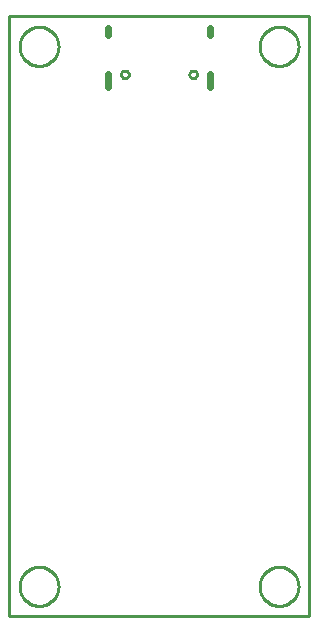
<source format=gko>
G04 EAGLE Gerber RS-274X export*
G75*
%MOMM*%
%FSLAX34Y34*%
%LPD*%
%IN*%
%IPPOS*%
%AMOC8*
5,1,8,0,0,1.08239X$1,22.5*%
G01*
%ADD10C,0.254000*%
%ADD11C,0.000000*%
%ADD12C,0.600000*%
%ADD13C,0.254000*%


D10*
X0Y0D02*
X254000Y0D01*
X254000Y508000D01*
X0Y508000D02*
X0Y0D01*
X0Y508000D02*
X254000Y508000D01*
D11*
X152650Y458950D02*
X152652Y459063D01*
X152658Y459177D01*
X152668Y459290D01*
X152682Y459402D01*
X152699Y459514D01*
X152721Y459626D01*
X152747Y459736D01*
X152776Y459846D01*
X152809Y459954D01*
X152846Y460062D01*
X152887Y460167D01*
X152931Y460272D01*
X152979Y460375D01*
X153030Y460476D01*
X153085Y460575D01*
X153144Y460672D01*
X153206Y460767D01*
X153271Y460860D01*
X153339Y460951D01*
X153410Y461039D01*
X153485Y461125D01*
X153562Y461208D01*
X153642Y461288D01*
X153725Y461365D01*
X153811Y461440D01*
X153899Y461511D01*
X153990Y461579D01*
X154083Y461644D01*
X154178Y461706D01*
X154275Y461765D01*
X154374Y461820D01*
X154475Y461871D01*
X154578Y461919D01*
X154683Y461963D01*
X154788Y462004D01*
X154896Y462041D01*
X155004Y462074D01*
X155114Y462103D01*
X155224Y462129D01*
X155336Y462151D01*
X155448Y462168D01*
X155560Y462182D01*
X155673Y462192D01*
X155787Y462198D01*
X155900Y462200D01*
X156013Y462198D01*
X156127Y462192D01*
X156240Y462182D01*
X156352Y462168D01*
X156464Y462151D01*
X156576Y462129D01*
X156686Y462103D01*
X156796Y462074D01*
X156904Y462041D01*
X157012Y462004D01*
X157117Y461963D01*
X157222Y461919D01*
X157325Y461871D01*
X157426Y461820D01*
X157525Y461765D01*
X157622Y461706D01*
X157717Y461644D01*
X157810Y461579D01*
X157901Y461511D01*
X157989Y461440D01*
X158075Y461365D01*
X158158Y461288D01*
X158238Y461208D01*
X158315Y461125D01*
X158390Y461039D01*
X158461Y460951D01*
X158529Y460860D01*
X158594Y460767D01*
X158656Y460672D01*
X158715Y460575D01*
X158770Y460476D01*
X158821Y460375D01*
X158869Y460272D01*
X158913Y460167D01*
X158954Y460062D01*
X158991Y459954D01*
X159024Y459846D01*
X159053Y459736D01*
X159079Y459626D01*
X159101Y459514D01*
X159118Y459402D01*
X159132Y459290D01*
X159142Y459177D01*
X159148Y459063D01*
X159150Y458950D01*
X159148Y458837D01*
X159142Y458723D01*
X159132Y458610D01*
X159118Y458498D01*
X159101Y458386D01*
X159079Y458274D01*
X159053Y458164D01*
X159024Y458054D01*
X158991Y457946D01*
X158954Y457838D01*
X158913Y457733D01*
X158869Y457628D01*
X158821Y457525D01*
X158770Y457424D01*
X158715Y457325D01*
X158656Y457228D01*
X158594Y457133D01*
X158529Y457040D01*
X158461Y456949D01*
X158390Y456861D01*
X158315Y456775D01*
X158238Y456692D01*
X158158Y456612D01*
X158075Y456535D01*
X157989Y456460D01*
X157901Y456389D01*
X157810Y456321D01*
X157717Y456256D01*
X157622Y456194D01*
X157525Y456135D01*
X157426Y456080D01*
X157325Y456029D01*
X157222Y455981D01*
X157117Y455937D01*
X157012Y455896D01*
X156904Y455859D01*
X156796Y455826D01*
X156686Y455797D01*
X156576Y455771D01*
X156464Y455749D01*
X156352Y455732D01*
X156240Y455718D01*
X156127Y455708D01*
X156013Y455702D01*
X155900Y455700D01*
X155787Y455702D01*
X155673Y455708D01*
X155560Y455718D01*
X155448Y455732D01*
X155336Y455749D01*
X155224Y455771D01*
X155114Y455797D01*
X155004Y455826D01*
X154896Y455859D01*
X154788Y455896D01*
X154683Y455937D01*
X154578Y455981D01*
X154475Y456029D01*
X154374Y456080D01*
X154275Y456135D01*
X154178Y456194D01*
X154083Y456256D01*
X153990Y456321D01*
X153899Y456389D01*
X153811Y456460D01*
X153725Y456535D01*
X153642Y456612D01*
X153562Y456692D01*
X153485Y456775D01*
X153410Y456861D01*
X153339Y456949D01*
X153271Y457040D01*
X153206Y457133D01*
X153144Y457228D01*
X153085Y457325D01*
X153030Y457424D01*
X152979Y457525D01*
X152931Y457628D01*
X152887Y457733D01*
X152846Y457838D01*
X152809Y457946D01*
X152776Y458054D01*
X152747Y458164D01*
X152721Y458274D01*
X152699Y458386D01*
X152682Y458498D01*
X152668Y458610D01*
X152658Y458723D01*
X152652Y458837D01*
X152650Y458950D01*
X94850Y458950D02*
X94852Y459063D01*
X94858Y459177D01*
X94868Y459290D01*
X94882Y459402D01*
X94899Y459514D01*
X94921Y459626D01*
X94947Y459736D01*
X94976Y459846D01*
X95009Y459954D01*
X95046Y460062D01*
X95087Y460167D01*
X95131Y460272D01*
X95179Y460375D01*
X95230Y460476D01*
X95285Y460575D01*
X95344Y460672D01*
X95406Y460767D01*
X95471Y460860D01*
X95539Y460951D01*
X95610Y461039D01*
X95685Y461125D01*
X95762Y461208D01*
X95842Y461288D01*
X95925Y461365D01*
X96011Y461440D01*
X96099Y461511D01*
X96190Y461579D01*
X96283Y461644D01*
X96378Y461706D01*
X96475Y461765D01*
X96574Y461820D01*
X96675Y461871D01*
X96778Y461919D01*
X96883Y461963D01*
X96988Y462004D01*
X97096Y462041D01*
X97204Y462074D01*
X97314Y462103D01*
X97424Y462129D01*
X97536Y462151D01*
X97648Y462168D01*
X97760Y462182D01*
X97873Y462192D01*
X97987Y462198D01*
X98100Y462200D01*
X98213Y462198D01*
X98327Y462192D01*
X98440Y462182D01*
X98552Y462168D01*
X98664Y462151D01*
X98776Y462129D01*
X98886Y462103D01*
X98996Y462074D01*
X99104Y462041D01*
X99212Y462004D01*
X99317Y461963D01*
X99422Y461919D01*
X99525Y461871D01*
X99626Y461820D01*
X99725Y461765D01*
X99822Y461706D01*
X99917Y461644D01*
X100010Y461579D01*
X100101Y461511D01*
X100189Y461440D01*
X100275Y461365D01*
X100358Y461288D01*
X100438Y461208D01*
X100515Y461125D01*
X100590Y461039D01*
X100661Y460951D01*
X100729Y460860D01*
X100794Y460767D01*
X100856Y460672D01*
X100915Y460575D01*
X100970Y460476D01*
X101021Y460375D01*
X101069Y460272D01*
X101113Y460167D01*
X101154Y460062D01*
X101191Y459954D01*
X101224Y459846D01*
X101253Y459736D01*
X101279Y459626D01*
X101301Y459514D01*
X101318Y459402D01*
X101332Y459290D01*
X101342Y459177D01*
X101348Y459063D01*
X101350Y458950D01*
X101348Y458837D01*
X101342Y458723D01*
X101332Y458610D01*
X101318Y458498D01*
X101301Y458386D01*
X101279Y458274D01*
X101253Y458164D01*
X101224Y458054D01*
X101191Y457946D01*
X101154Y457838D01*
X101113Y457733D01*
X101069Y457628D01*
X101021Y457525D01*
X100970Y457424D01*
X100915Y457325D01*
X100856Y457228D01*
X100794Y457133D01*
X100729Y457040D01*
X100661Y456949D01*
X100590Y456861D01*
X100515Y456775D01*
X100438Y456692D01*
X100358Y456612D01*
X100275Y456535D01*
X100189Y456460D01*
X100101Y456389D01*
X100010Y456321D01*
X99917Y456256D01*
X99822Y456194D01*
X99725Y456135D01*
X99626Y456080D01*
X99525Y456029D01*
X99422Y455981D01*
X99317Y455937D01*
X99212Y455896D01*
X99104Y455859D01*
X98996Y455826D01*
X98886Y455797D01*
X98776Y455771D01*
X98664Y455749D01*
X98552Y455732D01*
X98440Y455718D01*
X98327Y455708D01*
X98213Y455702D01*
X98100Y455700D01*
X97987Y455702D01*
X97873Y455708D01*
X97760Y455718D01*
X97648Y455732D01*
X97536Y455749D01*
X97424Y455771D01*
X97314Y455797D01*
X97204Y455826D01*
X97096Y455859D01*
X96988Y455896D01*
X96883Y455937D01*
X96778Y455981D01*
X96675Y456029D01*
X96574Y456080D01*
X96475Y456135D01*
X96378Y456194D01*
X96283Y456256D01*
X96190Y456321D01*
X96099Y456389D01*
X96011Y456460D01*
X95925Y456535D01*
X95842Y456612D01*
X95762Y456692D01*
X95685Y456775D01*
X95610Y456861D01*
X95539Y456949D01*
X95471Y457040D01*
X95406Y457133D01*
X95344Y457228D01*
X95285Y457325D01*
X95230Y457424D01*
X95179Y457525D01*
X95131Y457628D01*
X95087Y457733D01*
X95046Y457838D01*
X95009Y457946D01*
X94976Y458054D01*
X94947Y458164D01*
X94921Y458274D01*
X94899Y458386D01*
X94882Y458498D01*
X94868Y458610D01*
X94858Y458723D01*
X94852Y458837D01*
X94850Y458950D01*
D12*
X170180Y459150D02*
X170180Y448150D01*
X83820Y448150D02*
X83820Y459150D01*
X170180Y492300D02*
X170180Y498500D01*
X83820Y498500D02*
X83820Y492300D01*
D11*
X8890Y25400D02*
X8895Y25805D01*
X8910Y26210D01*
X8935Y26615D01*
X8970Y27018D01*
X9014Y27421D01*
X9069Y27823D01*
X9133Y28223D01*
X9207Y28621D01*
X9291Y29017D01*
X9385Y29412D01*
X9488Y29803D01*
X9601Y30193D01*
X9723Y30579D01*
X9855Y30962D01*
X9996Y31342D01*
X10147Y31718D01*
X10306Y32091D01*
X10475Y32459D01*
X10653Y32823D01*
X10839Y33183D01*
X11035Y33538D01*
X11239Y33888D01*
X11451Y34233D01*
X11672Y34572D01*
X11902Y34907D01*
X12139Y35235D01*
X12384Y35557D01*
X12638Y35874D01*
X12898Y36184D01*
X13167Y36487D01*
X13443Y36784D01*
X13726Y37074D01*
X14016Y37357D01*
X14313Y37633D01*
X14616Y37902D01*
X14926Y38162D01*
X15243Y38416D01*
X15565Y38661D01*
X15893Y38898D01*
X16228Y39128D01*
X16567Y39349D01*
X16912Y39561D01*
X17262Y39765D01*
X17617Y39961D01*
X17977Y40147D01*
X18341Y40325D01*
X18709Y40494D01*
X19082Y40653D01*
X19458Y40804D01*
X19838Y40945D01*
X20221Y41077D01*
X20607Y41199D01*
X20997Y41312D01*
X21388Y41415D01*
X21783Y41509D01*
X22179Y41593D01*
X22577Y41667D01*
X22977Y41731D01*
X23379Y41786D01*
X23782Y41830D01*
X24185Y41865D01*
X24590Y41890D01*
X24995Y41905D01*
X25400Y41910D01*
X25805Y41905D01*
X26210Y41890D01*
X26615Y41865D01*
X27018Y41830D01*
X27421Y41786D01*
X27823Y41731D01*
X28223Y41667D01*
X28621Y41593D01*
X29017Y41509D01*
X29412Y41415D01*
X29803Y41312D01*
X30193Y41199D01*
X30579Y41077D01*
X30962Y40945D01*
X31342Y40804D01*
X31718Y40653D01*
X32091Y40494D01*
X32459Y40325D01*
X32823Y40147D01*
X33183Y39961D01*
X33538Y39765D01*
X33888Y39561D01*
X34233Y39349D01*
X34572Y39128D01*
X34907Y38898D01*
X35235Y38661D01*
X35557Y38416D01*
X35874Y38162D01*
X36184Y37902D01*
X36487Y37633D01*
X36784Y37357D01*
X37074Y37074D01*
X37357Y36784D01*
X37633Y36487D01*
X37902Y36184D01*
X38162Y35874D01*
X38416Y35557D01*
X38661Y35235D01*
X38898Y34907D01*
X39128Y34572D01*
X39349Y34233D01*
X39561Y33888D01*
X39765Y33538D01*
X39961Y33183D01*
X40147Y32823D01*
X40325Y32459D01*
X40494Y32091D01*
X40653Y31718D01*
X40804Y31342D01*
X40945Y30962D01*
X41077Y30579D01*
X41199Y30193D01*
X41312Y29803D01*
X41415Y29412D01*
X41509Y29017D01*
X41593Y28621D01*
X41667Y28223D01*
X41731Y27823D01*
X41786Y27421D01*
X41830Y27018D01*
X41865Y26615D01*
X41890Y26210D01*
X41905Y25805D01*
X41910Y25400D01*
X41905Y24995D01*
X41890Y24590D01*
X41865Y24185D01*
X41830Y23782D01*
X41786Y23379D01*
X41731Y22977D01*
X41667Y22577D01*
X41593Y22179D01*
X41509Y21783D01*
X41415Y21388D01*
X41312Y20997D01*
X41199Y20607D01*
X41077Y20221D01*
X40945Y19838D01*
X40804Y19458D01*
X40653Y19082D01*
X40494Y18709D01*
X40325Y18341D01*
X40147Y17977D01*
X39961Y17617D01*
X39765Y17262D01*
X39561Y16912D01*
X39349Y16567D01*
X39128Y16228D01*
X38898Y15893D01*
X38661Y15565D01*
X38416Y15243D01*
X38162Y14926D01*
X37902Y14616D01*
X37633Y14313D01*
X37357Y14016D01*
X37074Y13726D01*
X36784Y13443D01*
X36487Y13167D01*
X36184Y12898D01*
X35874Y12638D01*
X35557Y12384D01*
X35235Y12139D01*
X34907Y11902D01*
X34572Y11672D01*
X34233Y11451D01*
X33888Y11239D01*
X33538Y11035D01*
X33183Y10839D01*
X32823Y10653D01*
X32459Y10475D01*
X32091Y10306D01*
X31718Y10147D01*
X31342Y9996D01*
X30962Y9855D01*
X30579Y9723D01*
X30193Y9601D01*
X29803Y9488D01*
X29412Y9385D01*
X29017Y9291D01*
X28621Y9207D01*
X28223Y9133D01*
X27823Y9069D01*
X27421Y9014D01*
X27018Y8970D01*
X26615Y8935D01*
X26210Y8910D01*
X25805Y8895D01*
X25400Y8890D01*
X24995Y8895D01*
X24590Y8910D01*
X24185Y8935D01*
X23782Y8970D01*
X23379Y9014D01*
X22977Y9069D01*
X22577Y9133D01*
X22179Y9207D01*
X21783Y9291D01*
X21388Y9385D01*
X20997Y9488D01*
X20607Y9601D01*
X20221Y9723D01*
X19838Y9855D01*
X19458Y9996D01*
X19082Y10147D01*
X18709Y10306D01*
X18341Y10475D01*
X17977Y10653D01*
X17617Y10839D01*
X17262Y11035D01*
X16912Y11239D01*
X16567Y11451D01*
X16228Y11672D01*
X15893Y11902D01*
X15565Y12139D01*
X15243Y12384D01*
X14926Y12638D01*
X14616Y12898D01*
X14313Y13167D01*
X14016Y13443D01*
X13726Y13726D01*
X13443Y14016D01*
X13167Y14313D01*
X12898Y14616D01*
X12638Y14926D01*
X12384Y15243D01*
X12139Y15565D01*
X11902Y15893D01*
X11672Y16228D01*
X11451Y16567D01*
X11239Y16912D01*
X11035Y17262D01*
X10839Y17617D01*
X10653Y17977D01*
X10475Y18341D01*
X10306Y18709D01*
X10147Y19082D01*
X9996Y19458D01*
X9855Y19838D01*
X9723Y20221D01*
X9601Y20607D01*
X9488Y20997D01*
X9385Y21388D01*
X9291Y21783D01*
X9207Y22179D01*
X9133Y22577D01*
X9069Y22977D01*
X9014Y23379D01*
X8970Y23782D01*
X8935Y24185D01*
X8910Y24590D01*
X8895Y24995D01*
X8890Y25400D01*
X212090Y25400D02*
X212095Y25805D01*
X212110Y26210D01*
X212135Y26615D01*
X212170Y27018D01*
X212214Y27421D01*
X212269Y27823D01*
X212333Y28223D01*
X212407Y28621D01*
X212491Y29017D01*
X212585Y29412D01*
X212688Y29803D01*
X212801Y30193D01*
X212923Y30579D01*
X213055Y30962D01*
X213196Y31342D01*
X213347Y31718D01*
X213506Y32091D01*
X213675Y32459D01*
X213853Y32823D01*
X214039Y33183D01*
X214235Y33538D01*
X214439Y33888D01*
X214651Y34233D01*
X214872Y34572D01*
X215102Y34907D01*
X215339Y35235D01*
X215584Y35557D01*
X215838Y35874D01*
X216098Y36184D01*
X216367Y36487D01*
X216643Y36784D01*
X216926Y37074D01*
X217216Y37357D01*
X217513Y37633D01*
X217816Y37902D01*
X218126Y38162D01*
X218443Y38416D01*
X218765Y38661D01*
X219093Y38898D01*
X219428Y39128D01*
X219767Y39349D01*
X220112Y39561D01*
X220462Y39765D01*
X220817Y39961D01*
X221177Y40147D01*
X221541Y40325D01*
X221909Y40494D01*
X222282Y40653D01*
X222658Y40804D01*
X223038Y40945D01*
X223421Y41077D01*
X223807Y41199D01*
X224197Y41312D01*
X224588Y41415D01*
X224983Y41509D01*
X225379Y41593D01*
X225777Y41667D01*
X226177Y41731D01*
X226579Y41786D01*
X226982Y41830D01*
X227385Y41865D01*
X227790Y41890D01*
X228195Y41905D01*
X228600Y41910D01*
X229005Y41905D01*
X229410Y41890D01*
X229815Y41865D01*
X230218Y41830D01*
X230621Y41786D01*
X231023Y41731D01*
X231423Y41667D01*
X231821Y41593D01*
X232217Y41509D01*
X232612Y41415D01*
X233003Y41312D01*
X233393Y41199D01*
X233779Y41077D01*
X234162Y40945D01*
X234542Y40804D01*
X234918Y40653D01*
X235291Y40494D01*
X235659Y40325D01*
X236023Y40147D01*
X236383Y39961D01*
X236738Y39765D01*
X237088Y39561D01*
X237433Y39349D01*
X237772Y39128D01*
X238107Y38898D01*
X238435Y38661D01*
X238757Y38416D01*
X239074Y38162D01*
X239384Y37902D01*
X239687Y37633D01*
X239984Y37357D01*
X240274Y37074D01*
X240557Y36784D01*
X240833Y36487D01*
X241102Y36184D01*
X241362Y35874D01*
X241616Y35557D01*
X241861Y35235D01*
X242098Y34907D01*
X242328Y34572D01*
X242549Y34233D01*
X242761Y33888D01*
X242965Y33538D01*
X243161Y33183D01*
X243347Y32823D01*
X243525Y32459D01*
X243694Y32091D01*
X243853Y31718D01*
X244004Y31342D01*
X244145Y30962D01*
X244277Y30579D01*
X244399Y30193D01*
X244512Y29803D01*
X244615Y29412D01*
X244709Y29017D01*
X244793Y28621D01*
X244867Y28223D01*
X244931Y27823D01*
X244986Y27421D01*
X245030Y27018D01*
X245065Y26615D01*
X245090Y26210D01*
X245105Y25805D01*
X245110Y25400D01*
X245105Y24995D01*
X245090Y24590D01*
X245065Y24185D01*
X245030Y23782D01*
X244986Y23379D01*
X244931Y22977D01*
X244867Y22577D01*
X244793Y22179D01*
X244709Y21783D01*
X244615Y21388D01*
X244512Y20997D01*
X244399Y20607D01*
X244277Y20221D01*
X244145Y19838D01*
X244004Y19458D01*
X243853Y19082D01*
X243694Y18709D01*
X243525Y18341D01*
X243347Y17977D01*
X243161Y17617D01*
X242965Y17262D01*
X242761Y16912D01*
X242549Y16567D01*
X242328Y16228D01*
X242098Y15893D01*
X241861Y15565D01*
X241616Y15243D01*
X241362Y14926D01*
X241102Y14616D01*
X240833Y14313D01*
X240557Y14016D01*
X240274Y13726D01*
X239984Y13443D01*
X239687Y13167D01*
X239384Y12898D01*
X239074Y12638D01*
X238757Y12384D01*
X238435Y12139D01*
X238107Y11902D01*
X237772Y11672D01*
X237433Y11451D01*
X237088Y11239D01*
X236738Y11035D01*
X236383Y10839D01*
X236023Y10653D01*
X235659Y10475D01*
X235291Y10306D01*
X234918Y10147D01*
X234542Y9996D01*
X234162Y9855D01*
X233779Y9723D01*
X233393Y9601D01*
X233003Y9488D01*
X232612Y9385D01*
X232217Y9291D01*
X231821Y9207D01*
X231423Y9133D01*
X231023Y9069D01*
X230621Y9014D01*
X230218Y8970D01*
X229815Y8935D01*
X229410Y8910D01*
X229005Y8895D01*
X228600Y8890D01*
X228195Y8895D01*
X227790Y8910D01*
X227385Y8935D01*
X226982Y8970D01*
X226579Y9014D01*
X226177Y9069D01*
X225777Y9133D01*
X225379Y9207D01*
X224983Y9291D01*
X224588Y9385D01*
X224197Y9488D01*
X223807Y9601D01*
X223421Y9723D01*
X223038Y9855D01*
X222658Y9996D01*
X222282Y10147D01*
X221909Y10306D01*
X221541Y10475D01*
X221177Y10653D01*
X220817Y10839D01*
X220462Y11035D01*
X220112Y11239D01*
X219767Y11451D01*
X219428Y11672D01*
X219093Y11902D01*
X218765Y12139D01*
X218443Y12384D01*
X218126Y12638D01*
X217816Y12898D01*
X217513Y13167D01*
X217216Y13443D01*
X216926Y13726D01*
X216643Y14016D01*
X216367Y14313D01*
X216098Y14616D01*
X215838Y14926D01*
X215584Y15243D01*
X215339Y15565D01*
X215102Y15893D01*
X214872Y16228D01*
X214651Y16567D01*
X214439Y16912D01*
X214235Y17262D01*
X214039Y17617D01*
X213853Y17977D01*
X213675Y18341D01*
X213506Y18709D01*
X213347Y19082D01*
X213196Y19458D01*
X213055Y19838D01*
X212923Y20221D01*
X212801Y20607D01*
X212688Y20997D01*
X212585Y21388D01*
X212491Y21783D01*
X212407Y22179D01*
X212333Y22577D01*
X212269Y22977D01*
X212214Y23379D01*
X212170Y23782D01*
X212135Y24185D01*
X212110Y24590D01*
X212095Y24995D01*
X212090Y25400D01*
X8890Y482600D02*
X8895Y483005D01*
X8910Y483410D01*
X8935Y483815D01*
X8970Y484218D01*
X9014Y484621D01*
X9069Y485023D01*
X9133Y485423D01*
X9207Y485821D01*
X9291Y486217D01*
X9385Y486612D01*
X9488Y487003D01*
X9601Y487393D01*
X9723Y487779D01*
X9855Y488162D01*
X9996Y488542D01*
X10147Y488918D01*
X10306Y489291D01*
X10475Y489659D01*
X10653Y490023D01*
X10839Y490383D01*
X11035Y490738D01*
X11239Y491088D01*
X11451Y491433D01*
X11672Y491772D01*
X11902Y492107D01*
X12139Y492435D01*
X12384Y492757D01*
X12638Y493074D01*
X12898Y493384D01*
X13167Y493687D01*
X13443Y493984D01*
X13726Y494274D01*
X14016Y494557D01*
X14313Y494833D01*
X14616Y495102D01*
X14926Y495362D01*
X15243Y495616D01*
X15565Y495861D01*
X15893Y496098D01*
X16228Y496328D01*
X16567Y496549D01*
X16912Y496761D01*
X17262Y496965D01*
X17617Y497161D01*
X17977Y497347D01*
X18341Y497525D01*
X18709Y497694D01*
X19082Y497853D01*
X19458Y498004D01*
X19838Y498145D01*
X20221Y498277D01*
X20607Y498399D01*
X20997Y498512D01*
X21388Y498615D01*
X21783Y498709D01*
X22179Y498793D01*
X22577Y498867D01*
X22977Y498931D01*
X23379Y498986D01*
X23782Y499030D01*
X24185Y499065D01*
X24590Y499090D01*
X24995Y499105D01*
X25400Y499110D01*
X25805Y499105D01*
X26210Y499090D01*
X26615Y499065D01*
X27018Y499030D01*
X27421Y498986D01*
X27823Y498931D01*
X28223Y498867D01*
X28621Y498793D01*
X29017Y498709D01*
X29412Y498615D01*
X29803Y498512D01*
X30193Y498399D01*
X30579Y498277D01*
X30962Y498145D01*
X31342Y498004D01*
X31718Y497853D01*
X32091Y497694D01*
X32459Y497525D01*
X32823Y497347D01*
X33183Y497161D01*
X33538Y496965D01*
X33888Y496761D01*
X34233Y496549D01*
X34572Y496328D01*
X34907Y496098D01*
X35235Y495861D01*
X35557Y495616D01*
X35874Y495362D01*
X36184Y495102D01*
X36487Y494833D01*
X36784Y494557D01*
X37074Y494274D01*
X37357Y493984D01*
X37633Y493687D01*
X37902Y493384D01*
X38162Y493074D01*
X38416Y492757D01*
X38661Y492435D01*
X38898Y492107D01*
X39128Y491772D01*
X39349Y491433D01*
X39561Y491088D01*
X39765Y490738D01*
X39961Y490383D01*
X40147Y490023D01*
X40325Y489659D01*
X40494Y489291D01*
X40653Y488918D01*
X40804Y488542D01*
X40945Y488162D01*
X41077Y487779D01*
X41199Y487393D01*
X41312Y487003D01*
X41415Y486612D01*
X41509Y486217D01*
X41593Y485821D01*
X41667Y485423D01*
X41731Y485023D01*
X41786Y484621D01*
X41830Y484218D01*
X41865Y483815D01*
X41890Y483410D01*
X41905Y483005D01*
X41910Y482600D01*
X41905Y482195D01*
X41890Y481790D01*
X41865Y481385D01*
X41830Y480982D01*
X41786Y480579D01*
X41731Y480177D01*
X41667Y479777D01*
X41593Y479379D01*
X41509Y478983D01*
X41415Y478588D01*
X41312Y478197D01*
X41199Y477807D01*
X41077Y477421D01*
X40945Y477038D01*
X40804Y476658D01*
X40653Y476282D01*
X40494Y475909D01*
X40325Y475541D01*
X40147Y475177D01*
X39961Y474817D01*
X39765Y474462D01*
X39561Y474112D01*
X39349Y473767D01*
X39128Y473428D01*
X38898Y473093D01*
X38661Y472765D01*
X38416Y472443D01*
X38162Y472126D01*
X37902Y471816D01*
X37633Y471513D01*
X37357Y471216D01*
X37074Y470926D01*
X36784Y470643D01*
X36487Y470367D01*
X36184Y470098D01*
X35874Y469838D01*
X35557Y469584D01*
X35235Y469339D01*
X34907Y469102D01*
X34572Y468872D01*
X34233Y468651D01*
X33888Y468439D01*
X33538Y468235D01*
X33183Y468039D01*
X32823Y467853D01*
X32459Y467675D01*
X32091Y467506D01*
X31718Y467347D01*
X31342Y467196D01*
X30962Y467055D01*
X30579Y466923D01*
X30193Y466801D01*
X29803Y466688D01*
X29412Y466585D01*
X29017Y466491D01*
X28621Y466407D01*
X28223Y466333D01*
X27823Y466269D01*
X27421Y466214D01*
X27018Y466170D01*
X26615Y466135D01*
X26210Y466110D01*
X25805Y466095D01*
X25400Y466090D01*
X24995Y466095D01*
X24590Y466110D01*
X24185Y466135D01*
X23782Y466170D01*
X23379Y466214D01*
X22977Y466269D01*
X22577Y466333D01*
X22179Y466407D01*
X21783Y466491D01*
X21388Y466585D01*
X20997Y466688D01*
X20607Y466801D01*
X20221Y466923D01*
X19838Y467055D01*
X19458Y467196D01*
X19082Y467347D01*
X18709Y467506D01*
X18341Y467675D01*
X17977Y467853D01*
X17617Y468039D01*
X17262Y468235D01*
X16912Y468439D01*
X16567Y468651D01*
X16228Y468872D01*
X15893Y469102D01*
X15565Y469339D01*
X15243Y469584D01*
X14926Y469838D01*
X14616Y470098D01*
X14313Y470367D01*
X14016Y470643D01*
X13726Y470926D01*
X13443Y471216D01*
X13167Y471513D01*
X12898Y471816D01*
X12638Y472126D01*
X12384Y472443D01*
X12139Y472765D01*
X11902Y473093D01*
X11672Y473428D01*
X11451Y473767D01*
X11239Y474112D01*
X11035Y474462D01*
X10839Y474817D01*
X10653Y475177D01*
X10475Y475541D01*
X10306Y475909D01*
X10147Y476282D01*
X9996Y476658D01*
X9855Y477038D01*
X9723Y477421D01*
X9601Y477807D01*
X9488Y478197D01*
X9385Y478588D01*
X9291Y478983D01*
X9207Y479379D01*
X9133Y479777D01*
X9069Y480177D01*
X9014Y480579D01*
X8970Y480982D01*
X8935Y481385D01*
X8910Y481790D01*
X8895Y482195D01*
X8890Y482600D01*
X212090Y482600D02*
X212095Y483005D01*
X212110Y483410D01*
X212135Y483815D01*
X212170Y484218D01*
X212214Y484621D01*
X212269Y485023D01*
X212333Y485423D01*
X212407Y485821D01*
X212491Y486217D01*
X212585Y486612D01*
X212688Y487003D01*
X212801Y487393D01*
X212923Y487779D01*
X213055Y488162D01*
X213196Y488542D01*
X213347Y488918D01*
X213506Y489291D01*
X213675Y489659D01*
X213853Y490023D01*
X214039Y490383D01*
X214235Y490738D01*
X214439Y491088D01*
X214651Y491433D01*
X214872Y491772D01*
X215102Y492107D01*
X215339Y492435D01*
X215584Y492757D01*
X215838Y493074D01*
X216098Y493384D01*
X216367Y493687D01*
X216643Y493984D01*
X216926Y494274D01*
X217216Y494557D01*
X217513Y494833D01*
X217816Y495102D01*
X218126Y495362D01*
X218443Y495616D01*
X218765Y495861D01*
X219093Y496098D01*
X219428Y496328D01*
X219767Y496549D01*
X220112Y496761D01*
X220462Y496965D01*
X220817Y497161D01*
X221177Y497347D01*
X221541Y497525D01*
X221909Y497694D01*
X222282Y497853D01*
X222658Y498004D01*
X223038Y498145D01*
X223421Y498277D01*
X223807Y498399D01*
X224197Y498512D01*
X224588Y498615D01*
X224983Y498709D01*
X225379Y498793D01*
X225777Y498867D01*
X226177Y498931D01*
X226579Y498986D01*
X226982Y499030D01*
X227385Y499065D01*
X227790Y499090D01*
X228195Y499105D01*
X228600Y499110D01*
X229005Y499105D01*
X229410Y499090D01*
X229815Y499065D01*
X230218Y499030D01*
X230621Y498986D01*
X231023Y498931D01*
X231423Y498867D01*
X231821Y498793D01*
X232217Y498709D01*
X232612Y498615D01*
X233003Y498512D01*
X233393Y498399D01*
X233779Y498277D01*
X234162Y498145D01*
X234542Y498004D01*
X234918Y497853D01*
X235291Y497694D01*
X235659Y497525D01*
X236023Y497347D01*
X236383Y497161D01*
X236738Y496965D01*
X237088Y496761D01*
X237433Y496549D01*
X237772Y496328D01*
X238107Y496098D01*
X238435Y495861D01*
X238757Y495616D01*
X239074Y495362D01*
X239384Y495102D01*
X239687Y494833D01*
X239984Y494557D01*
X240274Y494274D01*
X240557Y493984D01*
X240833Y493687D01*
X241102Y493384D01*
X241362Y493074D01*
X241616Y492757D01*
X241861Y492435D01*
X242098Y492107D01*
X242328Y491772D01*
X242549Y491433D01*
X242761Y491088D01*
X242965Y490738D01*
X243161Y490383D01*
X243347Y490023D01*
X243525Y489659D01*
X243694Y489291D01*
X243853Y488918D01*
X244004Y488542D01*
X244145Y488162D01*
X244277Y487779D01*
X244399Y487393D01*
X244512Y487003D01*
X244615Y486612D01*
X244709Y486217D01*
X244793Y485821D01*
X244867Y485423D01*
X244931Y485023D01*
X244986Y484621D01*
X245030Y484218D01*
X245065Y483815D01*
X245090Y483410D01*
X245105Y483005D01*
X245110Y482600D01*
X245105Y482195D01*
X245090Y481790D01*
X245065Y481385D01*
X245030Y480982D01*
X244986Y480579D01*
X244931Y480177D01*
X244867Y479777D01*
X244793Y479379D01*
X244709Y478983D01*
X244615Y478588D01*
X244512Y478197D01*
X244399Y477807D01*
X244277Y477421D01*
X244145Y477038D01*
X244004Y476658D01*
X243853Y476282D01*
X243694Y475909D01*
X243525Y475541D01*
X243347Y475177D01*
X243161Y474817D01*
X242965Y474462D01*
X242761Y474112D01*
X242549Y473767D01*
X242328Y473428D01*
X242098Y473093D01*
X241861Y472765D01*
X241616Y472443D01*
X241362Y472126D01*
X241102Y471816D01*
X240833Y471513D01*
X240557Y471216D01*
X240274Y470926D01*
X239984Y470643D01*
X239687Y470367D01*
X239384Y470098D01*
X239074Y469838D01*
X238757Y469584D01*
X238435Y469339D01*
X238107Y469102D01*
X237772Y468872D01*
X237433Y468651D01*
X237088Y468439D01*
X236738Y468235D01*
X236383Y468039D01*
X236023Y467853D01*
X235659Y467675D01*
X235291Y467506D01*
X234918Y467347D01*
X234542Y467196D01*
X234162Y467055D01*
X233779Y466923D01*
X233393Y466801D01*
X233003Y466688D01*
X232612Y466585D01*
X232217Y466491D01*
X231821Y466407D01*
X231423Y466333D01*
X231023Y466269D01*
X230621Y466214D01*
X230218Y466170D01*
X229815Y466135D01*
X229410Y466110D01*
X229005Y466095D01*
X228600Y466090D01*
X228195Y466095D01*
X227790Y466110D01*
X227385Y466135D01*
X226982Y466170D01*
X226579Y466214D01*
X226177Y466269D01*
X225777Y466333D01*
X225379Y466407D01*
X224983Y466491D01*
X224588Y466585D01*
X224197Y466688D01*
X223807Y466801D01*
X223421Y466923D01*
X223038Y467055D01*
X222658Y467196D01*
X222282Y467347D01*
X221909Y467506D01*
X221541Y467675D01*
X221177Y467853D01*
X220817Y468039D01*
X220462Y468235D01*
X220112Y468439D01*
X219767Y468651D01*
X219428Y468872D01*
X219093Y469102D01*
X218765Y469339D01*
X218443Y469584D01*
X218126Y469838D01*
X217816Y470098D01*
X217513Y470367D01*
X217216Y470643D01*
X216926Y470926D01*
X216643Y471216D01*
X216367Y471513D01*
X216098Y471816D01*
X215838Y472126D01*
X215584Y472443D01*
X215339Y472765D01*
X215102Y473093D01*
X214872Y473428D01*
X214651Y473767D01*
X214439Y474112D01*
X214235Y474462D01*
X214039Y474817D01*
X213853Y475177D01*
X213675Y475541D01*
X213506Y475909D01*
X213347Y476282D01*
X213196Y476658D01*
X213055Y477038D01*
X212923Y477421D01*
X212801Y477807D01*
X212688Y478197D01*
X212585Y478588D01*
X212491Y478983D01*
X212407Y479379D01*
X212333Y479777D01*
X212269Y480177D01*
X212214Y480579D01*
X212170Y480982D01*
X212135Y481385D01*
X212110Y481790D01*
X212095Y482195D01*
X212090Y482600D01*
D13*
X0Y0D02*
X254000Y0D01*
X254000Y508000D01*
X0Y508000D01*
X0Y0D01*
X152650Y459163D02*
X152706Y459585D01*
X152816Y459997D01*
X152979Y460391D01*
X153192Y460759D01*
X153451Y461097D01*
X153753Y461399D01*
X154091Y461658D01*
X154459Y461871D01*
X154853Y462034D01*
X155265Y462144D01*
X155687Y462200D01*
X156113Y462200D01*
X156535Y462144D01*
X156947Y462034D01*
X157341Y461871D01*
X157709Y461658D01*
X158047Y461399D01*
X158349Y461097D01*
X158608Y460759D01*
X158821Y460391D01*
X158984Y459997D01*
X159094Y459585D01*
X159150Y459163D01*
X159150Y458737D01*
X159094Y458315D01*
X158984Y457903D01*
X158821Y457509D01*
X158608Y457141D01*
X158349Y456803D01*
X158047Y456501D01*
X157709Y456242D01*
X157341Y456029D01*
X156947Y455866D01*
X156535Y455756D01*
X156113Y455700D01*
X155687Y455700D01*
X155265Y455756D01*
X154853Y455866D01*
X154459Y456029D01*
X154091Y456242D01*
X153753Y456501D01*
X153451Y456803D01*
X153192Y457141D01*
X152979Y457509D01*
X152816Y457903D01*
X152706Y458315D01*
X152650Y458737D01*
X152650Y459163D01*
X94850Y459163D02*
X94906Y459585D01*
X95016Y459997D01*
X95179Y460391D01*
X95392Y460759D01*
X95651Y461097D01*
X95953Y461399D01*
X96291Y461658D01*
X96659Y461871D01*
X97053Y462034D01*
X97465Y462144D01*
X97887Y462200D01*
X98313Y462200D01*
X98735Y462144D01*
X99147Y462034D01*
X99541Y461871D01*
X99909Y461658D01*
X100247Y461399D01*
X100549Y461097D01*
X100808Y460759D01*
X101021Y460391D01*
X101184Y459997D01*
X101294Y459585D01*
X101350Y459163D01*
X101350Y458737D01*
X101294Y458315D01*
X101184Y457903D01*
X101021Y457509D01*
X100808Y457141D01*
X100549Y456803D01*
X100247Y456501D01*
X99909Y456242D01*
X99541Y456029D01*
X99147Y455866D01*
X98735Y455756D01*
X98313Y455700D01*
X97887Y455700D01*
X97465Y455756D01*
X97053Y455866D01*
X96659Y456029D01*
X96291Y456242D01*
X95953Y456501D01*
X95651Y456803D01*
X95392Y457141D01*
X95179Y457509D01*
X95016Y457903D01*
X94906Y458315D01*
X94850Y458737D01*
X94850Y459163D01*
X41910Y24860D02*
X41839Y23781D01*
X41698Y22709D01*
X41487Y21649D01*
X41208Y20605D01*
X40860Y19581D01*
X40446Y18583D01*
X39968Y17613D01*
X39428Y16677D01*
X38827Y15778D01*
X38169Y14921D01*
X37457Y14108D01*
X36692Y13344D01*
X35879Y12631D01*
X35022Y11973D01*
X34123Y11372D01*
X33187Y10832D01*
X32217Y10354D01*
X31219Y9940D01*
X30195Y9592D01*
X29151Y9313D01*
X28091Y9102D01*
X27019Y8961D01*
X25940Y8890D01*
X24860Y8890D01*
X23781Y8961D01*
X22709Y9102D01*
X21649Y9313D01*
X20605Y9592D01*
X19581Y9940D01*
X18583Y10354D01*
X17613Y10832D01*
X16677Y11372D01*
X15778Y11973D01*
X14921Y12631D01*
X14108Y13344D01*
X13344Y14108D01*
X12631Y14921D01*
X11973Y15778D01*
X11372Y16677D01*
X10832Y17613D01*
X10354Y18583D01*
X9940Y19581D01*
X9592Y20605D01*
X9313Y21649D01*
X9102Y22709D01*
X8961Y23781D01*
X8890Y24860D01*
X8890Y25940D01*
X8961Y27019D01*
X9102Y28091D01*
X9313Y29151D01*
X9592Y30195D01*
X9940Y31219D01*
X10354Y32217D01*
X10832Y33187D01*
X11372Y34123D01*
X11973Y35022D01*
X12631Y35879D01*
X13344Y36692D01*
X14108Y37457D01*
X14921Y38169D01*
X15778Y38827D01*
X16677Y39428D01*
X17613Y39968D01*
X18583Y40446D01*
X19581Y40860D01*
X20605Y41208D01*
X21649Y41487D01*
X22709Y41698D01*
X23781Y41839D01*
X24860Y41910D01*
X25940Y41910D01*
X27019Y41839D01*
X28091Y41698D01*
X29151Y41487D01*
X30195Y41208D01*
X31219Y40860D01*
X32217Y40446D01*
X33187Y39968D01*
X34123Y39428D01*
X35022Y38827D01*
X35879Y38169D01*
X36692Y37457D01*
X37457Y36692D01*
X38169Y35879D01*
X38827Y35022D01*
X39428Y34123D01*
X39968Y33187D01*
X40446Y32217D01*
X40860Y31219D01*
X41208Y30195D01*
X41487Y29151D01*
X41698Y28091D01*
X41839Y27019D01*
X41910Y25940D01*
X41910Y24860D01*
X245110Y24860D02*
X245039Y23781D01*
X244898Y22709D01*
X244687Y21649D01*
X244408Y20605D01*
X244060Y19581D01*
X243646Y18583D01*
X243168Y17613D01*
X242628Y16677D01*
X242027Y15778D01*
X241369Y14921D01*
X240657Y14108D01*
X239892Y13344D01*
X239079Y12631D01*
X238222Y11973D01*
X237323Y11372D01*
X236387Y10832D01*
X235417Y10354D01*
X234419Y9940D01*
X233395Y9592D01*
X232351Y9313D01*
X231291Y9102D01*
X230219Y8961D01*
X229140Y8890D01*
X228060Y8890D01*
X226981Y8961D01*
X225909Y9102D01*
X224849Y9313D01*
X223805Y9592D01*
X222781Y9940D01*
X221783Y10354D01*
X220813Y10832D01*
X219877Y11372D01*
X218978Y11973D01*
X218121Y12631D01*
X217308Y13344D01*
X216544Y14108D01*
X215831Y14921D01*
X215173Y15778D01*
X214572Y16677D01*
X214032Y17613D01*
X213554Y18583D01*
X213140Y19581D01*
X212792Y20605D01*
X212513Y21649D01*
X212302Y22709D01*
X212161Y23781D01*
X212090Y24860D01*
X212090Y25940D01*
X212161Y27019D01*
X212302Y28091D01*
X212513Y29151D01*
X212792Y30195D01*
X213140Y31219D01*
X213554Y32217D01*
X214032Y33187D01*
X214572Y34123D01*
X215173Y35022D01*
X215831Y35879D01*
X216544Y36692D01*
X217308Y37457D01*
X218121Y38169D01*
X218978Y38827D01*
X219877Y39428D01*
X220813Y39968D01*
X221783Y40446D01*
X222781Y40860D01*
X223805Y41208D01*
X224849Y41487D01*
X225909Y41698D01*
X226981Y41839D01*
X228060Y41910D01*
X229140Y41910D01*
X230219Y41839D01*
X231291Y41698D01*
X232351Y41487D01*
X233395Y41208D01*
X234419Y40860D01*
X235417Y40446D01*
X236387Y39968D01*
X237323Y39428D01*
X238222Y38827D01*
X239079Y38169D01*
X239892Y37457D01*
X240657Y36692D01*
X241369Y35879D01*
X242027Y35022D01*
X242628Y34123D01*
X243168Y33187D01*
X243646Y32217D01*
X244060Y31219D01*
X244408Y30195D01*
X244687Y29151D01*
X244898Y28091D01*
X245039Y27019D01*
X245110Y25940D01*
X245110Y24860D01*
X41910Y482060D02*
X41839Y480981D01*
X41698Y479909D01*
X41487Y478849D01*
X41208Y477805D01*
X40860Y476781D01*
X40446Y475783D01*
X39968Y474813D01*
X39428Y473877D01*
X38827Y472978D01*
X38169Y472121D01*
X37457Y471308D01*
X36692Y470544D01*
X35879Y469831D01*
X35022Y469173D01*
X34123Y468572D01*
X33187Y468032D01*
X32217Y467554D01*
X31219Y467140D01*
X30195Y466792D01*
X29151Y466513D01*
X28091Y466302D01*
X27019Y466161D01*
X25940Y466090D01*
X24860Y466090D01*
X23781Y466161D01*
X22709Y466302D01*
X21649Y466513D01*
X20605Y466792D01*
X19581Y467140D01*
X18583Y467554D01*
X17613Y468032D01*
X16677Y468572D01*
X15778Y469173D01*
X14921Y469831D01*
X14108Y470544D01*
X13344Y471308D01*
X12631Y472121D01*
X11973Y472978D01*
X11372Y473877D01*
X10832Y474813D01*
X10354Y475783D01*
X9940Y476781D01*
X9592Y477805D01*
X9313Y478849D01*
X9102Y479909D01*
X8961Y480981D01*
X8890Y482060D01*
X8890Y483140D01*
X8961Y484219D01*
X9102Y485291D01*
X9313Y486351D01*
X9592Y487395D01*
X9940Y488419D01*
X10354Y489417D01*
X10832Y490387D01*
X11372Y491323D01*
X11973Y492222D01*
X12631Y493079D01*
X13344Y493892D01*
X14108Y494657D01*
X14921Y495369D01*
X15778Y496027D01*
X16677Y496628D01*
X17613Y497168D01*
X18583Y497646D01*
X19581Y498060D01*
X20605Y498408D01*
X21649Y498687D01*
X22709Y498898D01*
X23781Y499039D01*
X24860Y499110D01*
X25940Y499110D01*
X27019Y499039D01*
X28091Y498898D01*
X29151Y498687D01*
X30195Y498408D01*
X31219Y498060D01*
X32217Y497646D01*
X33187Y497168D01*
X34123Y496628D01*
X35022Y496027D01*
X35879Y495369D01*
X36692Y494657D01*
X37457Y493892D01*
X38169Y493079D01*
X38827Y492222D01*
X39428Y491323D01*
X39968Y490387D01*
X40446Y489417D01*
X40860Y488419D01*
X41208Y487395D01*
X41487Y486351D01*
X41698Y485291D01*
X41839Y484219D01*
X41910Y483140D01*
X41910Y482060D01*
X245110Y482060D02*
X245039Y480981D01*
X244898Y479909D01*
X244687Y478849D01*
X244408Y477805D01*
X244060Y476781D01*
X243646Y475783D01*
X243168Y474813D01*
X242628Y473877D01*
X242027Y472978D01*
X241369Y472121D01*
X240657Y471308D01*
X239892Y470544D01*
X239079Y469831D01*
X238222Y469173D01*
X237323Y468572D01*
X236387Y468032D01*
X235417Y467554D01*
X234419Y467140D01*
X233395Y466792D01*
X232351Y466513D01*
X231291Y466302D01*
X230219Y466161D01*
X229140Y466090D01*
X228060Y466090D01*
X226981Y466161D01*
X225909Y466302D01*
X224849Y466513D01*
X223805Y466792D01*
X222781Y467140D01*
X221783Y467554D01*
X220813Y468032D01*
X219877Y468572D01*
X218978Y469173D01*
X218121Y469831D01*
X217308Y470544D01*
X216544Y471308D01*
X215831Y472121D01*
X215173Y472978D01*
X214572Y473877D01*
X214032Y474813D01*
X213554Y475783D01*
X213140Y476781D01*
X212792Y477805D01*
X212513Y478849D01*
X212302Y479909D01*
X212161Y480981D01*
X212090Y482060D01*
X212090Y483140D01*
X212161Y484219D01*
X212302Y485291D01*
X212513Y486351D01*
X212792Y487395D01*
X213140Y488419D01*
X213554Y489417D01*
X214032Y490387D01*
X214572Y491323D01*
X215173Y492222D01*
X215831Y493079D01*
X216544Y493892D01*
X217308Y494657D01*
X218121Y495369D01*
X218978Y496027D01*
X219877Y496628D01*
X220813Y497168D01*
X221783Y497646D01*
X222781Y498060D01*
X223805Y498408D01*
X224849Y498687D01*
X225909Y498898D01*
X226981Y499039D01*
X228060Y499110D01*
X229140Y499110D01*
X230219Y499039D01*
X231291Y498898D01*
X232351Y498687D01*
X233395Y498408D01*
X234419Y498060D01*
X235417Y497646D01*
X236387Y497168D01*
X237323Y496628D01*
X238222Y496027D01*
X239079Y495369D01*
X239892Y494657D01*
X240657Y493892D01*
X241369Y493079D01*
X242027Y492222D01*
X242628Y491323D01*
X243168Y490387D01*
X243646Y489417D01*
X244060Y488419D01*
X244408Y487395D01*
X244687Y486351D01*
X244898Y485291D01*
X245039Y484219D01*
X245110Y483140D01*
X245110Y482060D01*
M02*

</source>
